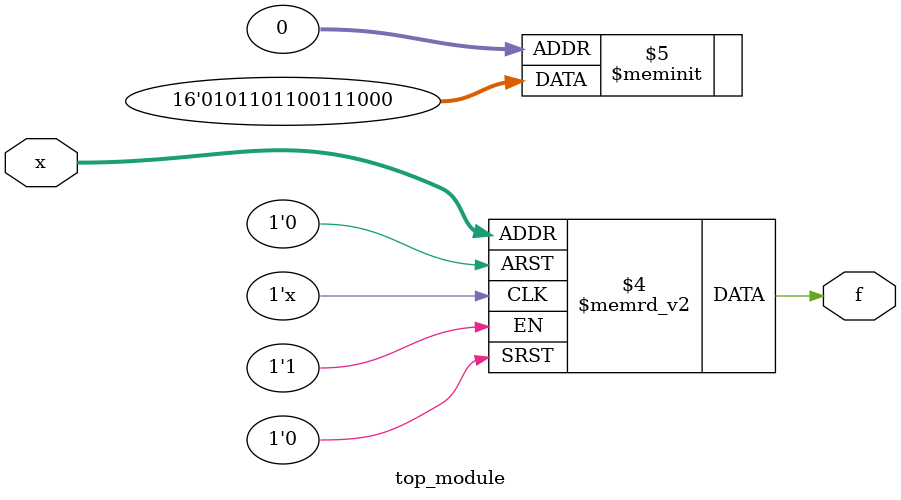
<source format=sv>
module top_module (
    input [4:1] x,
    output logic f
);

always_comb begin
    case ({x[4], x[3], x[2], x[1]})
        4'b0000: f = 1'b0;
        4'b0001: f = 1'b0;
        4'b0010: f = 1'b0;
        4'b0011: f = 1'b1;
        4'b0100: f = 1'b1;
        4'b0101: f = 1'b1;
        4'b0110: f = 1'b0;
        4'b0111: f = 1'b0;
        4'b1000: f = 1'b1;
        4'b1001: f = 1'b1;
        4'b1010: f = 1'b0;
        4'b1011: f = 1'b1;
        4'b1100: f = 1'b1;
        4'b1101: f = 1'b0;
        4'b1110: f = 1'b1;
        4'b1111: f = 1'b0;
    endcase
end

endmodule

</source>
